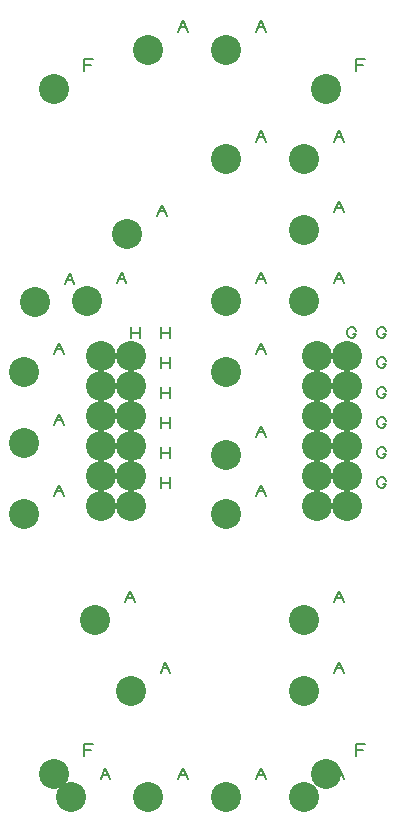
<source format=gbr>
G04 DesignSpark PCB PRO Gerber Version 10.0 Build 5299*
G04 #@! TF.Part,Single*
G04 #@! TF.FileFunction,Drillmap*
G04 #@! TF.FilePolarity,Positive*
%FSLAX35Y35*%
%MOIN*%
%ADD16C,0.00500*%
G04 #@! TA.AperFunction,ViaPad*
%ADD15C,0.10000*%
G04 #@! TD.AperFunction*
X0Y0D02*
D02*
D15*
X18110Y110630D03*
Y134252D03*
Y157874D03*
X21654Y181102D03*
X27953Y24016D03*
Y252362D03*
X33465Y16142D03*
X38976Y181496D03*
X41732Y75197D03*
X43543Y113189D03*
Y123189D03*
Y133189D03*
Y143189D03*
Y153189D03*
Y163189D03*
X52362Y203937D03*
X53543Y51575D03*
Y113189D03*
Y123189D03*
Y133189D03*
Y143189D03*
Y153189D03*
Y163189D03*
X59449Y16142D03*
Y265354D03*
X85433Y16142D03*
Y110630D03*
Y130315D03*
Y157874D03*
Y181496D03*
Y228740D03*
Y265354D03*
X111417Y16142D03*
Y51575D03*
Y75197D03*
Y181496D03*
Y205118D03*
Y228740D03*
X115591Y113189D03*
Y123189D03*
Y133189D03*
Y143189D03*
Y153189D03*
Y163189D03*
X118504Y24016D03*
Y252362D03*
X125591Y113189D03*
Y123189D03*
Y133189D03*
Y143189D03*
Y153189D03*
Y163189D03*
D02*
D16*
X28110Y116567D02*
X29673Y120317D01*
X31235Y116567D01*
X28735Y118130D02*
X30610D01*
X28110Y140189D02*
X29673Y143939D01*
X31235Y140189D01*
X28735Y141752D02*
X30610D01*
X28110Y163811D02*
X29673Y167561D01*
X31235Y163811D01*
X28735Y165374D02*
X30610D01*
X31654Y187040D02*
X33216Y190790D01*
X34779Y187040D01*
X32279Y188602D02*
X34154D01*
X37953Y29953D02*
Y33703D01*
X41078D01*
X40453Y31828D02*
X37953D01*
Y258300D02*
Y262050D01*
X41078D01*
X40453Y260175D02*
X37953D01*
X43465Y22079D02*
X45027Y25829D01*
X46590Y22079D01*
X44090Y23642D02*
X45965D01*
X48976Y187433D02*
X50539Y191183D01*
X52102Y187433D01*
X49602Y188996D02*
X51476D01*
X51732Y81134D02*
X53295Y84884D01*
X54857Y81134D01*
X52357Y82697D02*
X54232D01*
X53543Y119126D02*
Y122876D01*
Y121002D02*
X56669D01*
Y119126D02*
Y122876D01*
X53543Y129126D02*
Y132876D01*
Y131002D02*
X56669D01*
Y129126D02*
Y132876D01*
X53543Y139126D02*
Y142876D01*
Y141002D02*
X56669D01*
Y139126D02*
Y142876D01*
X53543Y149126D02*
Y152876D01*
Y151002D02*
X56669D01*
Y149126D02*
Y152876D01*
X53543Y159126D02*
Y162876D01*
Y161002D02*
X56669D01*
Y159126D02*
Y162876D01*
X53543Y169126D02*
Y172876D01*
Y171002D02*
X56669D01*
Y169126D02*
Y172876D01*
X62362Y209874D02*
X63925Y213624D01*
X65487Y209874D01*
X62987Y211437D02*
X64862D01*
X63543Y57512D02*
X65106Y61262D01*
X66669Y57512D01*
X64169Y59075D02*
X66043D01*
X63543Y119126D02*
Y122876D01*
Y121002D02*
X66669D01*
Y119126D02*
Y122876D01*
X63543Y129126D02*
Y132876D01*
Y131002D02*
X66669D01*
Y129126D02*
Y132876D01*
X63543Y139126D02*
Y142876D01*
Y141002D02*
X66669D01*
Y139126D02*
Y142876D01*
X63543Y149126D02*
Y152876D01*
Y151002D02*
X66669D01*
Y149126D02*
Y152876D01*
X63543Y159126D02*
Y162876D01*
Y161002D02*
X66669D01*
Y159126D02*
Y162876D01*
X63543Y169126D02*
Y172876D01*
Y171002D02*
X66669D01*
Y169126D02*
Y172876D01*
X69449Y22079D02*
X71011Y25829D01*
X72574Y22079D01*
X70074Y23642D02*
X71949D01*
X69449Y271292D02*
X71011Y275042D01*
X72574Y271292D01*
X70074Y272854D02*
X71949D01*
X95433Y22079D02*
X96996Y25829D01*
X98558Y22079D01*
X96058Y23642D02*
X97933D01*
X95433Y116567D02*
X96996Y120317D01*
X98558Y116567D01*
X96058Y118130D02*
X97933D01*
X95433Y136252D02*
X96996Y140002D01*
X98558Y136252D01*
X96058Y137815D02*
X97933D01*
X95433Y163811D02*
X96996Y167561D01*
X98558Y163811D01*
X96058Y165374D02*
X97933D01*
X95433Y187433D02*
X96996Y191183D01*
X98558Y187433D01*
X96058Y188996D02*
X97933D01*
X95433Y234678D02*
X96996Y238428D01*
X98558Y234678D01*
X96058Y236240D02*
X97933D01*
X95433Y271292D02*
X96996Y275042D01*
X98558Y271292D01*
X96058Y272854D02*
X97933D01*
X121417Y22079D02*
X122980Y25829D01*
X124543Y22079D01*
X122043Y23642D02*
X123917D01*
X121417Y57512D02*
X122980Y61262D01*
X124543Y57512D01*
X122043Y59075D02*
X123917D01*
X121417Y81134D02*
X122980Y84884D01*
X124543Y81134D01*
X122043Y82697D02*
X123917D01*
X121417Y187433D02*
X122980Y191183D01*
X124543Y187433D01*
X122043Y188996D02*
X123917D01*
X121417Y211056D02*
X122980Y214806D01*
X124543Y211056D01*
X122043Y212618D02*
X123917D01*
X121417Y234678D02*
X122980Y238428D01*
X124543Y234678D01*
X122043Y236240D02*
X123917D01*
X127778Y120689D02*
X128716D01*
Y120376D01*
X128403Y119752D01*
X128091Y119439D01*
X127466Y119126D01*
X126841D01*
X126216Y119439D01*
X125903Y119752D01*
X125591Y120376D01*
Y121626D01*
X125903Y122252D01*
X126216Y122564D01*
X126841Y122876D01*
X127466D01*
X128091Y122564D01*
X128403Y122252D01*
X128716Y121626D01*
X127778Y130689D02*
X128716D01*
Y130376D01*
X128403Y129752D01*
X128091Y129439D01*
X127466Y129126D01*
X126841D01*
X126216Y129439D01*
X125903Y129752D01*
X125591Y130376D01*
Y131626D01*
X125903Y132252D01*
X126216Y132564D01*
X126841Y132876D01*
X127466D01*
X128091Y132564D01*
X128403Y132252D01*
X128716Y131626D01*
X127778Y140689D02*
X128716D01*
Y140376D01*
X128403Y139752D01*
X128091Y139439D01*
X127466Y139126D01*
X126841D01*
X126216Y139439D01*
X125903Y139752D01*
X125591Y140376D01*
Y141626D01*
X125903Y142252D01*
X126216Y142564D01*
X126841Y142876D01*
X127466D01*
X128091Y142564D01*
X128403Y142252D01*
X128716Y141626D01*
X127778Y150689D02*
X128716D01*
Y150376D01*
X128403Y149752D01*
X128091Y149439D01*
X127466Y149126D01*
X126841D01*
X126216Y149439D01*
X125903Y149752D01*
X125591Y150376D01*
Y151626D01*
X125903Y152252D01*
X126216Y152564D01*
X126841Y152876D01*
X127466D01*
X128091Y152564D01*
X128403Y152252D01*
X128716Y151626D01*
X127778Y160689D02*
X128716D01*
Y160376D01*
X128403Y159752D01*
X128091Y159439D01*
X127466Y159126D01*
X126841D01*
X126216Y159439D01*
X125903Y159752D01*
X125591Y160376D01*
Y161626D01*
X125903Y162252D01*
X126216Y162564D01*
X126841Y162876D01*
X127466D01*
X128091Y162564D01*
X128403Y162252D01*
X128716Y161626D01*
X127778Y170689D02*
X128716D01*
Y170376D01*
X128403Y169752D01*
X128091Y169439D01*
X127466Y169126D01*
X126841D01*
X126216Y169439D01*
X125903Y169752D01*
X125591Y170376D01*
Y171626D01*
X125903Y172252D01*
X126216Y172564D01*
X126841Y172876D01*
X127466D01*
X128091Y172564D01*
X128403Y172252D01*
X128716Y171626D01*
X128504Y29953D02*
Y33703D01*
X131629D01*
X131004Y31828D02*
X128504D01*
Y258300D02*
Y262050D01*
X131629D01*
X131004Y260175D02*
X128504D01*
X137778Y120689D02*
X138716D01*
Y120376D01*
X138403Y119752D01*
X138091Y119439D01*
X137466Y119126D01*
X136841D01*
X136216Y119439D01*
X135903Y119752D01*
X135591Y120376D01*
Y121626D01*
X135903Y122252D01*
X136216Y122564D01*
X136841Y122876D01*
X137466D01*
X138091Y122564D01*
X138403Y122252D01*
X138716Y121626D01*
X137778Y130689D02*
X138716D01*
Y130376D01*
X138403Y129752D01*
X138091Y129439D01*
X137466Y129126D01*
X136841D01*
X136216Y129439D01*
X135903Y129752D01*
X135591Y130376D01*
Y131626D01*
X135903Y132252D01*
X136216Y132564D01*
X136841Y132876D01*
X137466D01*
X138091Y132564D01*
X138403Y132252D01*
X138716Y131626D01*
X137778Y140689D02*
X138716D01*
Y140376D01*
X138403Y139752D01*
X138091Y139439D01*
X137466Y139126D01*
X136841D01*
X136216Y139439D01*
X135903Y139752D01*
X135591Y140376D01*
Y141626D01*
X135903Y142252D01*
X136216Y142564D01*
X136841Y142876D01*
X137466D01*
X138091Y142564D01*
X138403Y142252D01*
X138716Y141626D01*
X137778Y150689D02*
X138716D01*
Y150376D01*
X138403Y149752D01*
X138091Y149439D01*
X137466Y149126D01*
X136841D01*
X136216Y149439D01*
X135903Y149752D01*
X135591Y150376D01*
Y151626D01*
X135903Y152252D01*
X136216Y152564D01*
X136841Y152876D01*
X137466D01*
X138091Y152564D01*
X138403Y152252D01*
X138716Y151626D01*
X137778Y160689D02*
X138716D01*
Y160376D01*
X138403Y159752D01*
X138091Y159439D01*
X137466Y159126D01*
X136841D01*
X136216Y159439D01*
X135903Y159752D01*
X135591Y160376D01*
Y161626D01*
X135903Y162252D01*
X136216Y162564D01*
X136841Y162876D01*
X137466D01*
X138091Y162564D01*
X138403Y162252D01*
X138716Y161626D01*
X137778Y170689D02*
X138716D01*
Y170376D01*
X138403Y169752D01*
X138091Y169439D01*
X137466Y169126D01*
X136841D01*
X136216Y169439D01*
X135903Y169752D01*
X135591Y170376D01*
Y171626D01*
X135903Y172252D01*
X136216Y172564D01*
X136841Y172876D01*
X137466D01*
X138091Y172564D01*
X138403Y172252D01*
X138716Y171626D01*
X0Y0D02*
M02*

</source>
